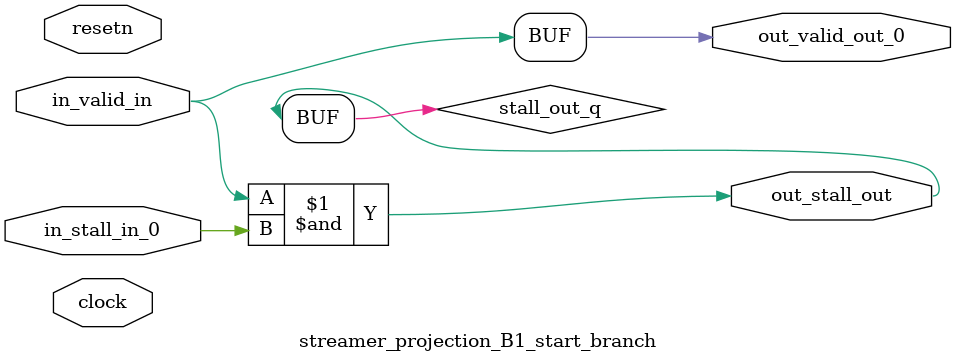
<source format=sv>



(* altera_attribute = "-name AUTO_SHIFT_REGISTER_RECOGNITION OFF; -name MESSAGE_DISABLE 10036; -name MESSAGE_DISABLE 10037; -name MESSAGE_DISABLE 14130; -name MESSAGE_DISABLE 14320; -name MESSAGE_DISABLE 15400; -name MESSAGE_DISABLE 14130; -name MESSAGE_DISABLE 10036; -name MESSAGE_DISABLE 12020; -name MESSAGE_DISABLE 12030; -name MESSAGE_DISABLE 12010; -name MESSAGE_DISABLE 12110; -name MESSAGE_DISABLE 14320; -name MESSAGE_DISABLE 13410; -name MESSAGE_DISABLE 113007; -name MESSAGE_DISABLE 10958" *)
module streamer_projection_B1_start_branch (
    input wire [0:0] in_stall_in_0,
    input wire [0:0] in_valid_in,
    output wire [0:0] out_stall_out,
    output wire [0:0] out_valid_out_0,
    input wire clock,
    input wire resetn
    );

    wire [0:0] stall_out_q;


    // stall_out(LOGICAL,6)
    assign stall_out_q = in_valid_in & in_stall_in_0;

    // out_stall_out(GPOUT,4)
    assign out_stall_out = stall_out_q;

    // out_valid_out_0(GPOUT,5)
    assign out_valid_out_0 = in_valid_in;

endmodule

</source>
